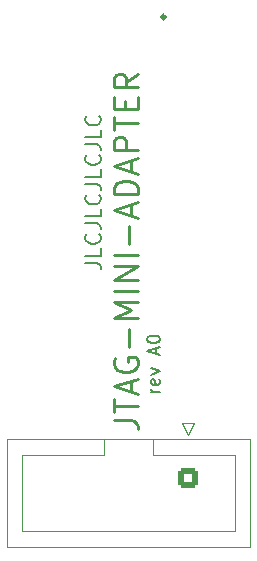
<source format=gbr>
G04 #@! TF.GenerationSoftware,KiCad,Pcbnew,(6.0.0-0)*
G04 #@! TF.CreationDate,2022-01-14T23:12:18+01:00*
G04 #@! TF.ProjectId,JTAG-MINI-ADAPTER,4a544147-2d4d-4494-9e49-2d4144415054,rev?*
G04 #@! TF.SameCoordinates,Original*
G04 #@! TF.FileFunction,Legend,Top*
G04 #@! TF.FilePolarity,Positive*
%FSLAX46Y46*%
G04 Gerber Fmt 4.6, Leading zero omitted, Abs format (unit mm)*
G04 Created by KiCad (PCBNEW (6.0.0-0)) date 2022-01-14 23:12:18*
%MOMM*%
%LPD*%
G01*
G04 APERTURE LIST*
G04 Aperture macros list*
%AMRoundRect*
0 Rectangle with rounded corners*
0 $1 Rounding radius*
0 $2 $3 $4 $5 $6 $7 $8 $9 X,Y pos of 4 corners*
0 Add a 4 corners polygon primitive as box body*
4,1,4,$2,$3,$4,$5,$6,$7,$8,$9,$2,$3,0*
0 Add four circle primitives for the rounded corners*
1,1,$1+$1,$2,$3*
1,1,$1+$1,$4,$5*
1,1,$1+$1,$6,$7*
1,1,$1+$1,$8,$9*
0 Add four rect primitives between the rounded corners*
20,1,$1+$1,$2,$3,$4,$5,0*
20,1,$1+$1,$4,$5,$6,$7,0*
20,1,$1+$1,$6,$7,$8,$9,0*
20,1,$1+$1,$8,$9,$2,$3,0*%
G04 Aperture macros list end*
%ADD10C,0.300000*%
%ADD11C,0.250000*%
%ADD12C,0.154000*%
%ADD13C,0.180000*%
%ADD14C,0.120000*%
%ADD15RoundRect,0.250000X-0.600000X0.600000X-0.600000X-0.600000X0.600000X-0.600000X0.600000X0.600000X0*%
%ADD16C,1.700000*%
%ADD17R,1.000000X1.000000*%
%ADD18O,1.000000X1.000000*%
G04 APERTURE END LIST*
D10*
X107541421Y-97800000D02*
G75*
G03*
X107541421Y-97800000I-141421J0D01*
G01*
D11*
X103204761Y-131933333D02*
X104633333Y-131933333D01*
X104919047Y-132028571D01*
X105109523Y-132219047D01*
X105204761Y-132504761D01*
X105204761Y-132695238D01*
X103204761Y-131266666D02*
X103204761Y-130123809D01*
X105204761Y-130695238D02*
X103204761Y-130695238D01*
X104633333Y-129552380D02*
X104633333Y-128600000D01*
X105204761Y-129742857D02*
X103204761Y-129076190D01*
X105204761Y-128409523D01*
X103300000Y-126695238D02*
X103204761Y-126885714D01*
X103204761Y-127171428D01*
X103300000Y-127457142D01*
X103490476Y-127647619D01*
X103680952Y-127742857D01*
X104061904Y-127838095D01*
X104347619Y-127838095D01*
X104728571Y-127742857D01*
X104919047Y-127647619D01*
X105109523Y-127457142D01*
X105204761Y-127171428D01*
X105204761Y-126980952D01*
X105109523Y-126695238D01*
X105014285Y-126600000D01*
X104347619Y-126600000D01*
X104347619Y-126980952D01*
X104442857Y-125742857D02*
X104442857Y-124219047D01*
X105204761Y-123266666D02*
X103204761Y-123266666D01*
X104633333Y-122600000D01*
X103204761Y-121933333D01*
X105204761Y-121933333D01*
X105204761Y-120980952D02*
X103204761Y-120980952D01*
X105204761Y-120028571D02*
X103204761Y-120028571D01*
X105204761Y-118885714D01*
X103204761Y-118885714D01*
X105204761Y-117933333D02*
X103204761Y-117933333D01*
X104442857Y-116980952D02*
X104442857Y-115457142D01*
X104633333Y-114600000D02*
X104633333Y-113647619D01*
X105204761Y-114790476D02*
X103204761Y-114123809D01*
X105204761Y-113457142D01*
X105204761Y-112790476D02*
X103204761Y-112790476D01*
X103204761Y-112314285D01*
X103300000Y-112028571D01*
X103490476Y-111838095D01*
X103680952Y-111742857D01*
X104061904Y-111647619D01*
X104347619Y-111647619D01*
X104728571Y-111742857D01*
X104919047Y-111838095D01*
X105109523Y-112028571D01*
X105204761Y-112314285D01*
X105204761Y-112790476D01*
X104633333Y-110885714D02*
X104633333Y-109933333D01*
X105204761Y-111076190D02*
X103204761Y-110409523D01*
X105204761Y-109742857D01*
X105204761Y-109076190D02*
X103204761Y-109076190D01*
X103204761Y-108314285D01*
X103300000Y-108123809D01*
X103395238Y-108028571D01*
X103585714Y-107933333D01*
X103871428Y-107933333D01*
X104061904Y-108028571D01*
X104157142Y-108123809D01*
X104252380Y-108314285D01*
X104252380Y-109076190D01*
X103204761Y-107361904D02*
X103204761Y-106219047D01*
X105204761Y-106790476D02*
X103204761Y-106790476D01*
X104157142Y-105552380D02*
X104157142Y-104885714D01*
X105204761Y-104600000D02*
X105204761Y-105552380D01*
X103204761Y-105552380D01*
X103204761Y-104600000D01*
X105204761Y-102600000D02*
X104252380Y-103266666D01*
X105204761Y-103742857D02*
X103204761Y-103742857D01*
X103204761Y-102980952D01*
X103300000Y-102790476D01*
X103395238Y-102695238D01*
X103585714Y-102600000D01*
X103871428Y-102600000D01*
X104061904Y-102695238D01*
X104157142Y-102790476D01*
X104252380Y-102980952D01*
X104252380Y-103742857D01*
D12*
X107097619Y-129583333D02*
X106364285Y-129583333D01*
X106573809Y-129583333D02*
X106469047Y-129530952D01*
X106416666Y-129478571D01*
X106364285Y-129373809D01*
X106364285Y-129269047D01*
X107045238Y-128483333D02*
X107097619Y-128588095D01*
X107097619Y-128797619D01*
X107045238Y-128902380D01*
X106940476Y-128954761D01*
X106521428Y-128954761D01*
X106416666Y-128902380D01*
X106364285Y-128797619D01*
X106364285Y-128588095D01*
X106416666Y-128483333D01*
X106521428Y-128430952D01*
X106626190Y-128430952D01*
X106730952Y-128954761D01*
X106364285Y-128064285D02*
X107097619Y-127802380D01*
X106364285Y-127540476D01*
X106783333Y-126335714D02*
X106783333Y-125811904D01*
X107097619Y-126440476D02*
X105997619Y-126073809D01*
X107097619Y-125707142D01*
X105997619Y-125130952D02*
X105997619Y-125026190D01*
X106050000Y-124921428D01*
X106102380Y-124869047D01*
X106207142Y-124816666D01*
X106416666Y-124764285D01*
X106678571Y-124764285D01*
X106888095Y-124816666D01*
X106992857Y-124869047D01*
X107045238Y-124921428D01*
X107097619Y-125026190D01*
X107097619Y-125130952D01*
X107045238Y-125235714D01*
X106992857Y-125288095D01*
X106888095Y-125340476D01*
X106678571Y-125392857D01*
X106416666Y-125392857D01*
X106207142Y-125340476D01*
X106102380Y-125288095D01*
X106050000Y-125235714D01*
X105997619Y-125130952D01*
D13*
X100788095Y-118604761D02*
X101716666Y-118604761D01*
X101902380Y-118666666D01*
X102026190Y-118790476D01*
X102088095Y-118976190D01*
X102088095Y-119100000D01*
X102088095Y-117366666D02*
X102088095Y-117985714D01*
X100788095Y-117985714D01*
X101964285Y-116190476D02*
X102026190Y-116252380D01*
X102088095Y-116438095D01*
X102088095Y-116561904D01*
X102026190Y-116747619D01*
X101902380Y-116871428D01*
X101778571Y-116933333D01*
X101530952Y-116995238D01*
X101345238Y-116995238D01*
X101097619Y-116933333D01*
X100973809Y-116871428D01*
X100850000Y-116747619D01*
X100788095Y-116561904D01*
X100788095Y-116438095D01*
X100850000Y-116252380D01*
X100911904Y-116190476D01*
X100788095Y-115261904D02*
X101716666Y-115261904D01*
X101902380Y-115323809D01*
X102026190Y-115447619D01*
X102088095Y-115633333D01*
X102088095Y-115757142D01*
X102088095Y-114023809D02*
X102088095Y-114642857D01*
X100788095Y-114642857D01*
X101964285Y-112847619D02*
X102026190Y-112909523D01*
X102088095Y-113095238D01*
X102088095Y-113219047D01*
X102026190Y-113404761D01*
X101902380Y-113528571D01*
X101778571Y-113590476D01*
X101530952Y-113652380D01*
X101345238Y-113652380D01*
X101097619Y-113590476D01*
X100973809Y-113528571D01*
X100850000Y-113404761D01*
X100788095Y-113219047D01*
X100788095Y-113095238D01*
X100850000Y-112909523D01*
X100911904Y-112847619D01*
X100788095Y-111919047D02*
X101716666Y-111919047D01*
X101902380Y-111980952D01*
X102026190Y-112104761D01*
X102088095Y-112290476D01*
X102088095Y-112414285D01*
X102088095Y-110680952D02*
X102088095Y-111300000D01*
X100788095Y-111300000D01*
X101964285Y-109504761D02*
X102026190Y-109566666D01*
X102088095Y-109752380D01*
X102088095Y-109876190D01*
X102026190Y-110061904D01*
X101902380Y-110185714D01*
X101778571Y-110247619D01*
X101530952Y-110309523D01*
X101345238Y-110309523D01*
X101097619Y-110247619D01*
X100973809Y-110185714D01*
X100850000Y-110061904D01*
X100788095Y-109876190D01*
X100788095Y-109752380D01*
X100850000Y-109566666D01*
X100911904Y-109504761D01*
X100788095Y-108576190D02*
X101716666Y-108576190D01*
X101902380Y-108638095D01*
X102026190Y-108761904D01*
X102088095Y-108947619D01*
X102088095Y-109071428D01*
X102088095Y-107338095D02*
X102088095Y-107957142D01*
X100788095Y-107957142D01*
X101964285Y-106161904D02*
X102026190Y-106223809D01*
X102088095Y-106409523D01*
X102088095Y-106533333D01*
X102026190Y-106719047D01*
X101902380Y-106842857D01*
X101778571Y-106904761D01*
X101530952Y-106966666D01*
X101345238Y-106966666D01*
X101097619Y-106904761D01*
X100973809Y-106842857D01*
X100850000Y-106719047D01*
X100788095Y-106533333D01*
X100788095Y-106409523D01*
X100850000Y-106223809D01*
X100911904Y-106161904D01*
D14*
G04 #@! TO.C,J12*
X94130000Y-142660000D02*
X94130000Y-133540000D01*
X109000000Y-132150000D02*
X109500000Y-133150000D01*
X114710000Y-142660000D02*
X94130000Y-142660000D01*
X110000000Y-132150000D02*
X109000000Y-132150000D01*
X106470000Y-134850000D02*
X113410000Y-134850000D01*
X94130000Y-133540000D02*
X114710000Y-133540000D01*
X113410000Y-141350000D02*
X95430000Y-141350000D01*
X95430000Y-134850000D02*
X102370000Y-134850000D01*
X102370000Y-134850000D02*
X102370000Y-133540000D01*
X102370000Y-134850000D02*
X102370000Y-134850000D01*
X114710000Y-133540000D02*
X114710000Y-142660000D01*
X95430000Y-141350000D02*
X95430000Y-134850000D01*
X113410000Y-134850000D02*
X113410000Y-141350000D01*
X106470000Y-133540000D02*
X106470000Y-134850000D01*
X109500000Y-133150000D02*
X110000000Y-132150000D01*
G04 #@! TD*
%LPC*%
D15*
G04 #@! TO.C,J12*
X109500000Y-136830000D03*
D16*
X109500000Y-139370000D03*
X106960000Y-136830000D03*
X106960000Y-139370000D03*
X104420000Y-136830000D03*
X104420000Y-139370000D03*
X101880000Y-139370000D03*
X99340000Y-136830000D03*
X99340000Y-139370000D03*
G04 #@! TD*
D17*
G04 #@! TO.C,J1*
X106580000Y-98730000D03*
D18*
X106580000Y-100000000D03*
X105310000Y-98730000D03*
X105310000Y-100000000D03*
X104040000Y-98730000D03*
X104040000Y-100000000D03*
X102770000Y-98730000D03*
X102770000Y-100000000D03*
X101500000Y-98730000D03*
X101500000Y-100000000D03*
G04 #@! TD*
M02*

</source>
